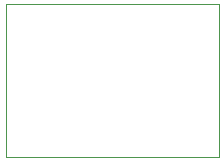
<source format=gm1>
G04 #@! TF.GenerationSoftware,KiCad,Pcbnew,6.0.11*
G04 #@! TF.CreationDate,2025-02-19T14:46:05+01:00*
G04 #@! TF.ProjectId,SPL06,53504c30-362e-46b6-9963-61645f706362,rev?*
G04 #@! TF.SameCoordinates,Original*
G04 #@! TF.FileFunction,Profile,NP*
%FSLAX46Y46*%
G04 Gerber Fmt 4.6, Leading zero omitted, Abs format (unit mm)*
G04 Created by KiCad (PCBNEW 6.0.11) date 2025-02-19 14:46:05*
%MOMM*%
%LPD*%
G01*
G04 APERTURE LIST*
G04 #@! TA.AperFunction,Profile*
%ADD10C,0.050000*%
G04 #@! TD*
G04 APERTURE END LIST*
D10*
X148720000Y-87760000D02*
X148720000Y-74800000D01*
X148720000Y-74800000D02*
X130680000Y-74800000D01*
X130680000Y-74800000D02*
X130680000Y-87760000D01*
X148720000Y-87760000D02*
X130680000Y-87760000D01*
M02*

</source>
